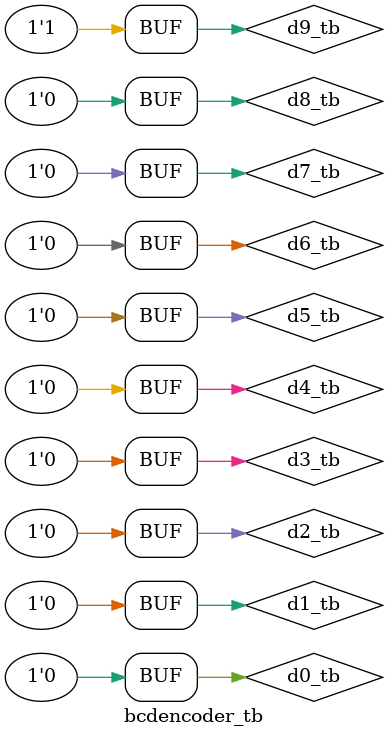
<source format=v>
module bcdencoder_tb();
 reg d0_tb,d1_tb,d2_tb,d3_tb,d4_tb,d5_tb,d6_tb,d7_tb,d8_tb,d9_tb;
 wire y3_tb,y2_tb,y1_tb,y0_tb;
 bcdencoder 
duv(.d0(d0_tb),.d1(d1_tb),.d2(d2_tb),.d3(d3_tb),.d4(d4_tb),.d5(d5_tb),.d6(d6_tb),.d7(d7_tb),.d8(d8_tb),.d9(d9_tb),.y3(y3_tb),.y2(y2_tb),.y1(y1_tb),.y0(y0_tb));
 initial 
begin
 $dumpfile("test.vcd");
 $dumpvars;
 d9_tb=0;d8_tb=0;d7_tb=0;d6_tb=0;d5_tb=0;d4_tb=0;d3_tb=0;d2_tb=0;d1_tb=0;d0_tb=1;#10
 ;
 d9_tb=0;d8_tb=0;d7_tb=0;d6_tb=0;d5_tb=0;d4_tb=0;d3_tb=0;d2_tb=0;d1_tb=1;d0_tb=0;#10
 ;
 d9_tb=0;d8_tb=0;d7_tb=0;d6_tb=0;d5_tb=0;d4_tb=0;d3_tb=0;d2_tb=1;d1_tb=0;d0_tb=0;#10
 ;
 d9_tb=0;d8_tb=0;d7_tb=0;d6_tb=0;d5_tb=0;d4_tb=0;d3_tb=1;d2_tb=0;d1_tb=0;d0_tb=0;#10
 ;
 d9_tb=0;d8_tb=0;d7_tb=0;d6_tb=0;d5_tb=0;d4_tb=1;d3_tb=0;d2_tb=0;d1_tb=0;d0_tb=0;#10
 ;
 d9_tb=0;d8_tb=0;d7_tb=0;d6_tb=0;d5_tb=1;d4_tb=0;d3_tb=0;d2_tb=0;d1_tb=0;d0_tb=0;#10
 ;
 d9_tb=0;d8_tb=0;d7_tb=0;d6_tb=1;d5_tb=0;d4_tb=0;d3_tb=0;d2_tb=0;d1_tb=0;d0_tb=0;#10
 ;
 d9_tb=0;d8_tb=0;d7_tb=1;d6_tb=0;d5_tb=0;d4_tb=0;d3_tb=0;d2_tb=0;d1_tb=0;d0_tb=0;#10
 ;
 d9_tb=0;d8_tb=1;d7_tb=0;d6_tb=0;d5_tb=0;d4_tb=0;d3_tb=0;d2_tb=0;d1_tb=0;d0_tb=0;#10
 ;
 d9_tb=1;d8_tb=0;d7_tb=0;d6_tb=0;d5_tb=0;d4_tb=0;d3_tb=0;d2_tb=0;d1_tb=0;d0_tb=0;#10
 ;
 end
 endmodule

</source>
